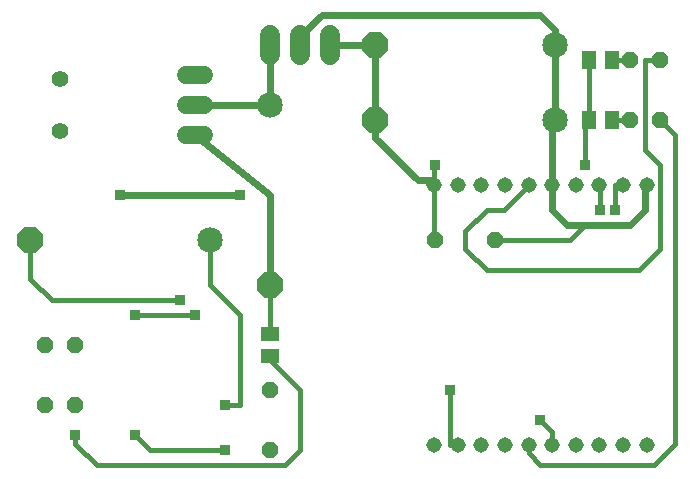
<source format=gbl>
G75*
G70*
%OFA0B0*%
%FSLAX24Y24*%
%IPPOS*%
%LPD*%
%AMOC8*
5,1,8,0,0,1.08239X$1,22.5*
%
%ADD10C,0.0515*%
%ADD11C,0.0600*%
%ADD12OC8,0.0520*%
%ADD13C,0.0660*%
%ADD14C,0.0850*%
%ADD15OC8,0.0850*%
%ADD16C,0.0554*%
%ADD17R,0.0512X0.0630*%
%ADD18R,0.0630X0.0512*%
%ADD19C,0.0160*%
%ADD20R,0.0360X0.0360*%
%ADD21C,0.0240*%
D10*
X014930Y001270D03*
X015718Y001270D03*
X016505Y001270D03*
X017293Y001270D03*
X018080Y001270D03*
X018867Y001270D03*
X019655Y001270D03*
X020442Y001270D03*
X021230Y001270D03*
X022017Y001270D03*
X022017Y009931D03*
X021230Y009931D03*
X020442Y009931D03*
X019655Y009931D03*
X018867Y009931D03*
X018080Y009931D03*
X017293Y009931D03*
X016505Y009931D03*
X015718Y009931D03*
X014930Y009931D03*
D11*
X007274Y011601D02*
X006674Y011601D01*
X006674Y012601D02*
X007274Y012601D01*
X007274Y013601D02*
X006674Y013601D01*
D12*
X014974Y008101D03*
X016974Y008101D03*
X021474Y012101D03*
X022474Y012101D03*
X022474Y014101D03*
X021474Y014101D03*
X009474Y003101D03*
X009474Y001101D03*
X002974Y002601D03*
X001974Y002601D03*
X001974Y004601D03*
X002974Y004601D03*
D13*
X009474Y014271D02*
X009474Y014931D01*
X010474Y014931D02*
X010474Y014271D01*
X011474Y014271D02*
X011474Y014931D01*
D14*
X009474Y012601D03*
X007474Y008101D03*
X018974Y012101D03*
X018974Y014601D03*
D15*
X012974Y014601D03*
X012974Y012101D03*
X009474Y006601D03*
X001474Y008101D03*
D16*
X002474Y011735D03*
X002474Y013467D03*
D17*
X020100Y014101D03*
X020848Y014101D03*
X020848Y012101D03*
X020100Y012101D03*
D18*
X009474Y004975D03*
X009474Y004227D03*
D19*
X003681Y000601D02*
X002974Y001308D01*
X002974Y001601D01*
X003681Y000601D02*
X009974Y000601D01*
X010474Y001101D01*
X010474Y003101D01*
X009474Y004101D01*
X009474Y004227D01*
X009474Y004975D02*
X009474Y006601D01*
X008474Y005601D02*
X008474Y002601D01*
X007974Y002601D01*
X007974Y001101D02*
X005474Y001101D01*
X004974Y001601D01*
X004974Y005601D02*
X006974Y005601D01*
X006474Y006101D02*
X002181Y006101D01*
X001474Y006808D01*
X001474Y008101D01*
X007474Y008101D02*
X007474Y006601D01*
X008474Y005601D01*
X014930Y008101D02*
X014930Y009931D01*
X014930Y010601D01*
X014974Y010601D01*
X016681Y009101D02*
X015974Y008394D01*
X015974Y007808D01*
X016681Y007101D01*
X021767Y007101D01*
X022474Y007808D01*
X022474Y010601D01*
X021974Y011101D01*
X021974Y014101D01*
X022474Y014101D01*
X021474Y014101D02*
X020848Y014101D01*
X020100Y014101D02*
X020100Y012101D01*
X019974Y012101D01*
X019974Y010601D01*
X020442Y009931D02*
X020474Y009931D01*
X020474Y009101D01*
X020974Y009101D02*
X020974Y009931D01*
X021230Y009931D01*
X019974Y008601D02*
X019474Y008101D01*
X016974Y008101D01*
X017267Y009101D02*
X016681Y009101D01*
X017267Y009101D02*
X017974Y009808D01*
X017974Y009931D01*
X018080Y009931D01*
X020848Y012101D02*
X021474Y012101D01*
X022474Y012101D02*
X022974Y011601D01*
X022974Y001308D01*
X022267Y000601D01*
X018474Y000601D01*
X018080Y000994D01*
X018080Y001270D01*
X018867Y001270D02*
X018867Y001707D01*
X018474Y002101D01*
X015718Y001270D02*
X015474Y001270D01*
X015474Y003101D01*
X014974Y008101D02*
X014930Y008101D01*
D20*
X014974Y010601D03*
X019974Y010601D03*
X020474Y009101D03*
X020974Y009101D03*
X015474Y003101D03*
X018474Y002101D03*
X007974Y002601D03*
X007974Y001101D03*
X004974Y001601D03*
X002974Y001601D03*
X004974Y005601D03*
X006474Y006101D03*
X006974Y005601D03*
X008474Y009601D03*
X004474Y009601D03*
D21*
X008474Y009601D01*
X009474Y009601D02*
X006974Y011601D01*
X006974Y012601D02*
X009474Y012601D01*
X009474Y014601D01*
X010474Y014601D02*
X010474Y014894D01*
X011181Y015601D01*
X018474Y015601D01*
X018974Y015101D01*
X018974Y014601D01*
X018974Y012101D01*
X018867Y012101D01*
X018867Y009931D01*
X018867Y009101D01*
X019367Y008601D01*
X019974Y008601D01*
X021474Y008601D01*
X021974Y009101D01*
X021974Y009931D01*
X022017Y009931D01*
X014930Y009931D02*
X014930Y010101D01*
X014388Y010101D01*
X012974Y011515D01*
X012974Y012101D01*
X012974Y014601D01*
X011474Y014601D01*
X009474Y009601D02*
X009474Y006601D01*
M02*

</source>
